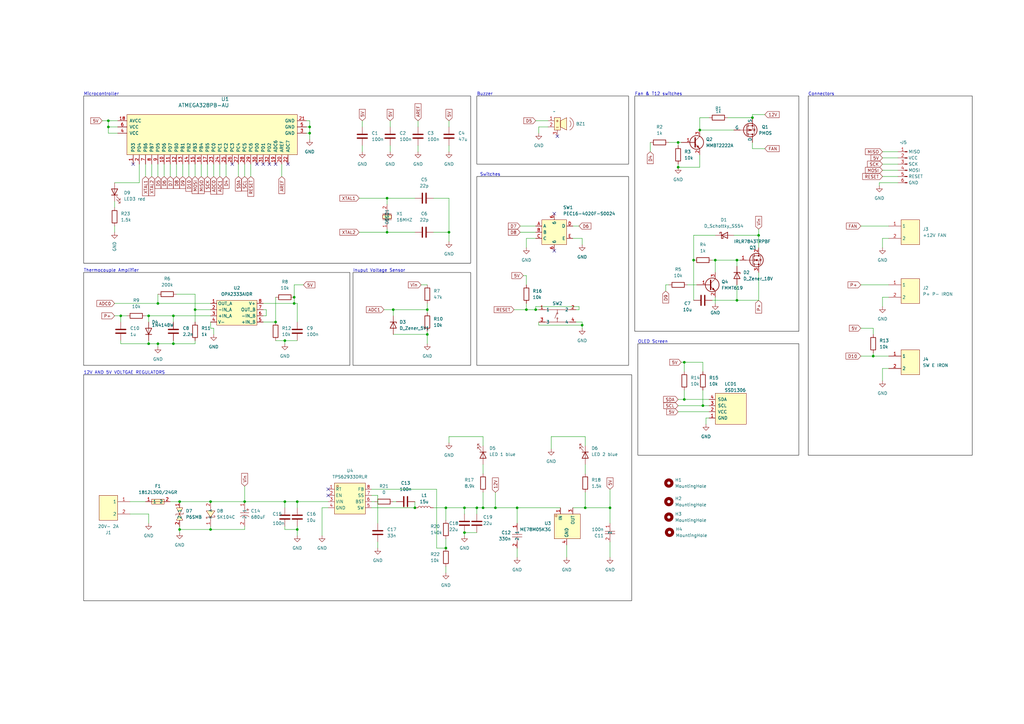
<source format=kicad_sch>
(kicad_sch (version 20230121) (generator eeschema)
  (paper "A3")
  (title_block (title "T12 soldering station V12") (date "2024-09-24") (rev "3") (company "SHElectrinoc") (comment 1 "Sherwin Satatr"))
  (lib_symbols
    (symbol "Device:C" (pin_numbers hide) (pin_names (offset 0.254))
      (property "Reference" "C" (at 0.635 2.54 0))
      (property "Value" "C" (at 0.635 -2.54 0))
      (symbol "C_1_1"
        (pin passive line (at 0 3.81 270) (length 2.794) (name "~") (number "1"))
        (pin passive line (at 0 -3.81 90) (length 2.794) (name "~") (number "2"))
      )
    )
    (symbol "Device:D_Schottky" (pin_numbers hide) (pin_names (offset 1.016) hide)
      (property "Reference" "D" (at 0 2.54 0))
      (property "Value" "D_Schottky" (at 0 -2.54 0))
      (symbol "D_Schottky_1_1"
        (pin passive line (at -3.81 0 0) (length 2.54) (name "K") (number "1"))
        (pin passive line (at 3.81 0 180) (length 2.54) (name "A") (number "2"))
      )
    )
    (symbol "Device:D_Zener" (pin_numbers hide) (pin_names (offset 1.016) hide)
      (property "Reference" "D" (at 0 2.54 0))
      (property "Value" "D_Zener" (at 0 -2.54 0))
      (symbol "D_Zener_1_1"
        (pin passive line (at -3.81 0 0) (length 2.54) (name "K") (number "1"))
        (pin passive line (at 3.81 0 180) (length 2.54) (name "A") (number "2"))
      )
    )
    (symbol "Device:L" (pin_numbers hide) (pin_names (offset 1.016) hide)
      (property "Reference" "L" (at -1.27 0 90))
      (property "Value" "L" (at 1.905 0 90))
      (symbol "L_1_1"
        (pin passive line (at 0 3.81 270) (length 1.27) (name "1") (number "1"))
        (pin passive line (at 0 -3.81 90) (length 1.27) (name "2") (number "2"))
      )
    )
    (symbol "Device:LED" (pin_numbers hide) (pin_names (offset 1.016) hide)
      (property "Reference" "D" (at 0 2.54 0))
      (property "Value" "LED" (at 0 -2.54 0))
      (symbol "LED_1_1"
        (pin passive line (at -3.81 0 0) (length 2.54) (name "K") (number "1"))
        (pin passive line (at 3.81 0 180) (length 2.54) (name "A") (number "2"))
      )
    )
    (symbol "Device:Q_NMOS_GDS" (pin_names (offset 0) hide)
      (property "Reference" "Q" (at 5.08 1.27 0))
      (property "Value" "Q_NMOS_GDS" (at 5.08 -1.27 0))
      (symbol "Q_NMOS_GDS_1_1"
        (pin input line (at -5.08 0 0) (length 2.54) (name "G") (number "1"))
        (pin passive line (at 2.54 5.08 270) (length 2.54) (name "D") (number "2"))
        (pin passive line (at 2.54 -5.08 90) (length 2.54) (name "S") (number "3"))
      )
    )
    (symbol "Device:Q_NPN_BCE" (pin_names (offset 0) hide)
      (property "Reference" "Q4" (at 5.08 1.27 0))
      (property "Value" "FMMT619" (at 5.08 -1.27 0))
      (symbol "Q_NPN_BCE_1_1"
        (pin input line (at -5.08 0 0) (length 5.715) (name "B") (number "1"))
        (pin passive line (at 2.54 -5.08 90) (length 2.54) (name "E") (number "2"))
        (pin passive line (at 2.54 5.08 270) (length 2.54) (name "C") (number "3"))
      )
    )
    (symbol "Device:R" (pin_numbers hide) (pin_names (offset 0))
      (property "Reference" "R" (at 2.032 0 90))
      (property "Value" "R" (at 0 0 90))
      (symbol "R_1_1"
        (pin passive line (at 0 3.81 270) (length 1.27) (name "~") (number "1"))
        (pin passive line (at 0 -3.81 90) (length 1.27) (name "~") (number "2"))
      )
    )
    (symbol "Diode:1N4148W" (pin_numbers hide) (pin_names hide)
      (property "Reference" "D" (at 0 2.54 0))
      (property "Value" "1N4148W" (at 0 -2.54 0))
      (symbol "1N4148W_1_1"
        (pin passive line (at -3.81 0 0) (length 2.54) (name "K") (number "1"))
        (pin passive line (at 3.81 0 180) (length 2.54) (name "A") (number "2"))
      )
    )
    (symbol "Mechanical:MountingHole" (pin_names (offset 1.016))
      (property "Reference" "H" (at 0 5.08 0))
      (property "Value" "MountingHole" (at 0 3.175 0))
    )
    (symbol "Q_NPN_BCE_1" (pin_names (offset 0) hide)
      (property "Reference" "Q2" (at 5.08 1.27 0))
      (property "Value" "MMBT2222A" (at 5.08 -1.27 0))
      (symbol "Q_NPN_BCE_1_1_1"
        (pin input line (at -5.08 0 0) (length 5.715) (name "B") (number "1"))
        (pin passive line (at 2.54 -5.08 90) (length 2.54) (name "E") (number "2"))
        (pin passive line (at 2.54 5.08 270) (length 2.54) (name "C") (number "3"))
      )
    )
    (symbol "SHERWIN_SYMBOLS_sym:ISP_1x6"
      (property "Reference" "J" (at 0 0 0))
      (symbol "ISP_1x6_1_1"
        (pin passive line (at 1.27 -3.81 180) (length 3.81) (name "MISO") (number "1"))
        (pin passive line (at 1.27 -6.35 180) (length 3.81) (name "VCC") (number "2"))
        (pin passive line (at 1.27 -8.89 180) (length 3.81) (name "SCK") (number "3"))
        (pin passive line (at 1.27 -11.43 180) (length 3.81) (name "MOSI") (number "4"))
        (pin passive line (at 1.27 -13.97 180) (length 3.81) (name "RESET") (number "5"))
        (pin passive line (at 1.27 -16.51 180) (length 3.81) (name "GND") (number "6"))
      )
    )
    (symbol "SHERWIN_SYMBOLS_sym:buzzer"
      (property "Reference" "BZ" (at 0 0 0))
      (symbol "buzzer_1_1"
        (text "+\n" (at 1.27 -3.81 0) (effects (font (size 1.27 1.27))))
        (text "-\n" (at 1.27 -6.35 0) (effects (font (size 1.27 1.27))))
        (pin input line (at -2.54 -3.81 0) (length 2.54) (name "~") (number "1"))
        (pin input line (at -2.54 -6.35 0) (length 2.54) (name "~") (number "2"))
        (pin input line (at 1.27 -10.16 90) (length 2.54) (name "~") (number "3"))
      )
    )
    (symbol "SSD1306-128x64_OLED:SSD1306" (pin_names (offset 1.016))
      (property "Reference" "Brd" (at 0 -3.81 0))
      (property "Value" "SSD1306" (at 0 -1.27 0))
      (symbol "SSD1306_1_1"
        (pin input line (at -3.81 8.89 270) (length 2.54) (name "GND") (number "1"))
        (pin input line (at -1.27 8.89 270) (length 2.54) (name "VCC") (number "2"))
        (pin input line (at 1.27 8.89 270) (length 2.54) (name "SCL") (number "3"))
        (pin input line (at 3.81 8.89 270) (length 2.54) (name "SDA") (number "4"))
      )
    )
    (symbol "Simulation_SPICE:PMOS" (pin_numbers hide) (pin_names (offset 0))
      (property "Reference" "Q1" (at 6.35 -1.27 0))
      (property "Value" "PMOS" (at 5.08 1.27 0))
      (symbol "PMOS_1_1"
        (pin input line (at -5.08 0 0) (length 2.54) (name "G") (number "1"))
        (pin passive line (at 2.54 -5.08 90) (length 2.54) (name "S") (number "2"))
        (pin passive line (at 2.54 5.08 270) (length 2.54) (name "D") (number "3"))
      )
    )
    (symbol "dk_Embedded-Microcontrollers:ATMEGA328P-AU" (pin_names (offset 1.016))
      (property "Reference" "U5" (at 13.97 -6.35 90))
      (property "Value" "ATMEGA328P-AU" (at 11.43 -6.35 90))
      (symbol "ATMEGA328P-AU_1_1"
        (pin bidirectional line (at -12.7 33.02 0) (length 3.81) (name "PD3") (number "1"))
        (pin bidirectional line (at -12.7 20.32 0) (length 3.81) (name "PD6") (number "10"))
        (pin bidirectional line (at -12.7 17.78 0) (length 3.81) (name "PD7") (number "11"))
        (pin bidirectional line (at -12.7 15.24 0) (length 3.81) (name "PB0") (number "12"))
        (pin bidirectional line (at -12.7 12.7 0) (length 3.81) (name "PB1") (number "13"))
        (pin bidirectional line (at -12.7 10.16 0) (length 3.81) (name "PB2") (number "14"))
        (pin bidirectional line (at -12.7 7.62 0) (length 3.81) (name "PB3") (number "15"))
        (pin bidirectional line (at -12.7 5.08 0) (length 3.81) (name "PB4") (number "16"))
        (pin bidirectional line (at -12.7 2.54 0) (length 3.81) (name "PB5") (number "17"))
        (pin power_in line (at 5.08 39.37 270) (length 3.81) (name "AVCC") (number "18"))
        (pin input line (at -12.7 -25.4 0) (length 3.81) (name "ADC6") (number "19"))
        (pin bidirectional line (at -12.7 30.48 0) (length 3.81) (name "PD4") (number "2"))
        (pin input line (at -12.7 -27.94 0) (length 3.81) (name "AREF") (number "20"))
        (pin power_in line (at 5.08 -38.1 90) (length 3.81) (name "GND") (number "21"))
        (pin input line (at -12.7 -30.48 0) (length 3.81) (name "ADC7") (number "22"))
        (pin bidirectional line (at -12.7 0 0) (length 3.81) (name "PC0") (number "23"))
        (pin bidirectional line (at -12.7 -2.54 0) (length 3.81) (name "PC1") (number "24"))
        (pin bidirectional line (at -12.7 -5.08 0) (length 3.81) (name "PC2") (number "25"))
        (pin bidirectional line (at -12.7 -7.62 0) (length 3.81) (name "PC3") (number "26"))
        (pin bidirectional line (at -12.7 -10.16 0) (length 3.81) (name "PC4") (number "27"))
        (pin bidirectional line (at -12.7 -12.7 0) (length 3.81) (name "PC5") (number "28"))
        (pin bidirectional line (at -12.7 -15.24 0) (length 3.81) (name "PC6") (number "29"))
        (pin power_in line (at 0 -38.1 90) (length 3.81) (name "GND") (number "3"))
        (pin bidirectional line (at -12.7 -17.78 0) (length 3.81) (name "PD0") (number "30"))
        (pin bidirectional line (at -12.7 -20.32 0) (length 3.81) (name "PD1") (number "31"))
        (pin bidirectional line (at -12.7 -22.86 0) (length 3.81) (name "PD2") (number "32"))
        (pin power_in line (at 0 39.37 270) (length 3.81) (name "VCC") (number "4"))
        (pin power_in line (at 2.54 -38.1 90) (length 3.81) (name "GND") (number "5"))
        (pin power_in line (at 2.54 39.37 270) (length 3.81) (name "VCC") (number "6"))
        (pin bidirectional line (at -12.7 27.94 0) (length 3.81) (name "PB6") (number "7"))
        (pin bidirectional line (at -12.7 25.4 0) (length 3.81) (name "PB7") (number "8"))
        (pin bidirectional line (at -12.7 22.86 0) (length 3.81) (name "PD5") (number "9"))
      )
    )
    (symbol "easyeda2kicad:1812L300_24GR"
      (property "Reference" "U" (at 0 5.08 0))
      (property "Value" "1812L300/24GR" (at 0 -5.08 0))
      (symbol "1812L300_24GR_0_1"
        (pin unspecified line (at -5.08 0 0) (length 2.54) (name "1") (number "1"))
        (pin unspecified line (at 5.08 0 180) (length 2.54) (name "2") (number "2"))
      )
    )
    (symbol "easyeda2kicad:CGA3E1X7R1V334KT0Y0E"
      (property "Reference" "C" (at 0 5.08 0))
      (property "Value" "CGA3E1X7R1V334KT0Y0E" (at 0 -5.08 0))
      (symbol "CGA3E1X7R1V334KT0Y0E_0_1"
        (pin unspecified line (at -5.08 0 0) (length 2.54) (name "1") (number "1"))
        (pin unspecified line (at 5.08 0 180) (length 2.54) (name "2") (number "2"))
      )
    )
    (symbol "easyeda2kicad:CL10B104KA8NNNC"
      (property "Reference" "C" (at 0 5.08 0))
      (property "Value" "CL10B104KA8NNNC" (at 0 -5.08 0))
      (symbol "CL10B104KA8NNNC_0_1"
        (pin input line (at -3.81 0 0) (length 2.54) (name "1") (number "1"))
        (pin input line (at 3.81 0 180) (length 2.54) (name "2") (number "2"))
      )
    )
    (symbol "easyeda2kicad:GVM1V681M1010"
      (property "Reference" "C" (at 0 5.08 0))
      (property "Value" "GVM1V681M1010" (at 0 -5.08 0))
      (symbol "GVM1V681M1010_0_1"
        (pin input line (at -5.08 0 0) (length 2.54) (name "1") (number "1"))
        (pin input line (at 5.08 0 180) (length 2.54) (name "2") (number "2"))
      )
    )
    (symbol "easyeda2kicad:ME78M05K3G"
      (property "Reference" "U" (at 0 7.62 0))
      (property "Value" "ME78M05K3G" (at 0 -7.62 0))
      (symbol "ME78M05K3G_0_1"
        (pin unspecified line (at -7.62 2.54 0) (length 2.54) (name "IN") (number "1"))
        (pin unspecified line (at -7.62 -2.54 0) (length 2.54) (name "OUT") (number "3"))
        (pin unspecified line (at 7.62 0 180) (length 2.54) (name "GND") (number "4"))
      )
    )
    (symbol "easyeda2kicad:P6SMB27CA-AT_TR13"
      (property "Reference" "U" (at 0 5.08 0))
      (property "Value" "P6SMB27CA-AT/TR13" (at 0 -5.08 0))
      (symbol "P6SMB27CA-AT_TR13_0_1"
        (pin unspecified line (at -5.08 0 0) (length 2.54) (name "1") (number "1"))
        (pin unspecified line (at 5.08 0 180) (length 2.54) (name "2") (number "2"))
      )
    )
    (symbol "easyeda2kicad:PEC16-4020F-S0024"
      (property "Reference" "SW" (at 0 12.7 0))
      (property "Value" "PEC16-4020F-S0024" (at 0 -12.7 0))
      (symbol "PEC16-4020F-S0024_0_1"
        (pin unspecified line (at -7.62 0 0) (length 2.54) (name "6") (number "6"))
        (pin unspecified line (at 7.62 0 180) (length 2.54) (name "6") (number "6"))
        (pin unspecified line (at -2.54 -7.62 90) (length 2.54) (name "A") (number "A"))
        (pin unspecified line (at 0 -7.62 90) (length 2.54) (name "B") (number "B"))
        (pin unspecified line (at 2.54 -7.62 90) (length 2.54) (name "C") (number "C"))
        (pin unspecified line (at -2.54 7.62 270) (length 2.54) (name "D") (number "D"))
        (pin unspecified line (at 2.54 7.62 270) (length 2.54) (name "E") (number "E"))
      )
    )
    (symbol "easyeda2kicad:PTS645SH50SMTR92LFS"
      (property "Reference" "SW" (at 0 7.62 0))
      (property "Value" "PTS645SH50SMTR92LFS" (at 0 -7.62 0))
      (symbol "PTS645SH50SMTR92LFS_0_1"
        (pin unspecified line (at -7.62 2.54 0) (length 2.54) (name "1") (number "1"))
        (pin unspecified line (at 7.62 2.54 180) (length 2.54) (name "2") (number "2"))
        (pin unspecified line (at -7.62 -2.54 0) (length 2.54) (name "3") (number "3"))
        (pin unspecified line (at 7.62 -2.54 180) (length 2.54) (name "4") (number "4"))
      )
    )
    (symbol "easyeda2kicad:SK104C"
      (property "Reference" "D" (at 0 5.08 0))
      (property "Value" "SK104C" (at 0 -5.08 0))
      (symbol "SK104C_0_1"
        (pin unspecified line (at -5.08 0 0) (length 2.54) (name "K") (number "1"))
        (pin unspecified line (at 5.08 0 180) (length 2.54) (name "A") (number "2"))
      )
    )
    (symbol "easyeda2kicad:TPS62933DRLR"
      (property "Reference" "U" (at 0 10.16 0))
      (property "Value" "TPS62933DRLR" (at 0 -7.62 0))
      (symbol "TPS62933DRLR_0_1"
        (pin unspecified line (at -10.16 5.08 0) (length 2.54) (name "RT") (number "1"))
        (pin unspecified line (at -10.16 2.54 0) (length 2.54) (name "EN") (number "2"))
        (pin unspecified line (at -10.16 0 0) (length 2.54) (name "VIN") (number "3"))
        (pin unspecified line (at -10.16 -2.54 0) (length 2.54) (name "GND") (number "4"))
        (pin unspecified line (at 7.62 -2.54 180) (length 2.54) (name "SW") (number "5"))
        (pin unspecified line (at 7.62 0 180) (length 2.54) (name "BST") (number "6"))
        (pin unspecified line (at 7.62 2.54 180) (length 2.54) (name "SS") (number "7"))
        (pin unspecified line (at 7.62 5.08 180) (length 2.54) (name "FB") (number "8"))
      )
    )
    (symbol "easyeda2kicad:WJ128V-5.0-2P"
      (property "Reference" "P" (at 0 -1.27 0))
      (property "Value" "WJ128V-5.0-2P" (at 0 -11.43 0))
      (symbol "WJ128V-5.0-2P_0_1"
        (pin unspecified line (at -2.54 -6.35 90) (length 5.08) (name "1") (number "1"))
        (pin unspecified line (at 2.54 -6.35 90) (length 5.08) (name "2") (number "2"))
      )
    )
    (symbol "easyeda2kicad:X503216MSB2GI"
      (property "Reference" "X" (at 0 5.08 0))
      (property "Value" "X503216MSB2GI" (at 0 -5.08 0))
      (symbol "X503216MSB2GI_0_1"
        (pin input line (at -5.08 0 0) (length 2.54) (name "OSC1") (number "1"))
        (pin input line (at 5.08 0 180) (length 2.54) (name "OSC2") (number "2"))
      )
    )
    (symbol "opamp-OPA2333AIDR:OPA2333AIDR"
      (property "Reference" "U" (at 3.81 5.08 0))
      (property "Value" "OPA2333AIDR" (at 3.81 2.54 0))
      (symbol "OPA2333AIDR_1_1"
        (pin output line (at -6.35 0 0) (length 2.54) (name "OUT_A") (number "1"))
        (pin input line (at -6.35 -2.54 0) (length 2.54) (name "-IN_A") (number "2"))
        (pin input line (at -6.35 -5.08 0) (length 2.54) (name "+IN_A") (number "3"))
        (pin input line (at -6.35 -7.62 0) (length 2.54) (name "V-") (number "4"))
        (pin input line (at 15.24 -7.62 180) (length 2.54) (name "+IN_B") (number "5"))
        (pin input line (at 15.24 -5.08 180) (length 2.54) (name "-IN_B") (number "6"))
        (pin output line (at 15.24 -2.54 180) (length 2.54) (name "OUT_B") (number "7"))
        (pin input line (at 15.24 0 180) (length 2.54) (name "V+") (number "8"))
      )
    )
    (symbol "power:GND" (power) (pin_names (offset 0))
      (property "Value" "GND" (at 0 -3.81 0))
      (symbol "GND_1_1"
        (pin power_in line (at 0 0 270) (length 0) hide (name "GND") (number "1"))
      )
    )
  )
  (junction (at 190.5 208.28))
  (junction (at 49.53 129.54))
  (junction (at 182.88 208.28))
  (junction (at 60.96 140.97))
  (junction (at 113.03 132.08))
  (junction (at 116.84 205.74))
  (junction (at 60.96 129.54))
  (junction (at 293.37 106.68))
  (junction (at 302.26 123.19))
  (junction (at 308.61 48.26))
  (junction (at 73.66 205.74))
  (junction (at 302.26 106.68))
  (junction (at 311.15 96.52))
  (junction (at 120.65 121.92))
  (junction (at 287.02 53.34))
  (junction (at 127 54.61))
  (junction (at 44.45 49.53))
  (junction (at 278.13 58.42))
  (junction (at 121.92 205.74))
  (junction (at 80.01 127))
  (junction (at 284.48 106.68))
  (junction (at 175.26 127))
  (junction (at 215.9 127))
  (junction (at 358.14 146.05))
  (junction (at 64.77 140.97))
  (junction (at 280.67 148.59))
  (junction (at 219.71 127))
  (junction (at 73.66 217.17))
  (junction (at 182.88 224.79))
  (junction (at 71.12 129.54))
  (junction (at 120.65 124.46))
  (junction (at 195.58 208.28))
  (junction (at 190.5 218.44))
  (junction (at 288.29 166.37))
  (junction (at 158.75 95.25))
  (junction (at 44.45 52.07))
  (junction (at 100.33 205.74))
  (junction (at 170.18 208.28))
  (junction (at 64.77 124.46))
  (junction (at 212.09 208.28))
  (junction (at 161.29 127))
  (junction (at 116.84 139.7))
  (junction (at 175.26 137.16))
  (junction (at 203.2 208.28))
  (junction (at 86.36 217.17))
  (junction (at 86.36 205.74))
  (junction (at 280.67 163.83))
  (junction (at 71.12 140.97))
  (junction (at 158.75 81.28))
  (junction (at 127 52.07))
  (junction (at 240.03 208.28))
  (junction (at 238.76 133.35))
  (junction (at 184.15 95.25))
  (junction (at 198.12 208.28))
  (junction (at 121.92 217.17))
  (junction (at 278.13 68.58))
  (junction (at 250.19 208.28))
  (no_connect (at 227.33 102.87))
  (no_connect (at 134.62 200.66))
  (no_connect (at 113.03 67.31))
  (no_connect (at 118.11 67.31))
  (no_connect (at 134.62 203.2))
  (no_connect (at 105.41 67.31))
  (no_connect (at 227.33 87.63))
  (no_connect (at 110.49 67.31))
  (no_connect (at 95.25 67.31))
  (no_connect (at 107.95 67.31))
  (no_connect (at 54.61 67.31))
  (no_connect (at 228.6 55.88))
  (wire (pts (xy 288.29 148.59) (xy 280.67 148.59)))
  (wire (pts (xy 250.19 208.28) (xy 250.19 214.63)))
  (wire (pts (xy 182.88 208.28) (xy 190.5 208.28)))
  (wire (pts (xy 97.79 67.31) (xy 97.79 72.39)))
  (wire (pts (xy 287.02 48.26) (xy 290.83 48.26)))
  (wire (pts (xy 64.77 140.97) (xy 71.12 140.97)))
  (wire (pts (xy 80.01 67.31) (xy 80.01 72.39)))
  (wire (pts (xy 313.69 60.96) (xy 308.61 60.96)))
  (wire (pts (xy 226.06 179.07) (xy 226.06 184.15)))
  (wire (pts (xy 116.84 205.74) (xy 116.84 208.28)))
  (wire (pts (xy 361.95 151.13) (xy 361.95 156.21)))
  (wire (pts (xy 184.15 95.25) (xy 184.15 99.06)))
  (wire (pts (xy 368.3 72.39) (xy 361.95 72.39)))
  (wire (pts (xy 175.26 137.16) (xy 175.26 140.97)))
  (wire (pts (xy 86.36 217.17) (xy 100.33 217.17)))
  (wire (pts (xy 152.4 208.28) (xy 170.18 208.28)))
  (wire (pts (xy 152.4 203.2) (xy 154.94 203.2)))
  (wire (pts (xy 125.73 54.61) (xy 127 54.61)))
  (wire (pts (xy 236.22 132.08) (xy 238.76 132.08)))
  (wire (pts (xy 60.96 129.54) (xy 71.12 129.54)))
  (wire (pts (xy 182.88 220.98) (xy 182.88 224.79)))
  (wire (pts (xy 368.3 69.85) (xy 361.95 69.85)))
  (wire (pts (xy 120.65 116.84) (xy 120.65 121.92)))
  (wire (pts (xy 49.53 140.97) (xy 60.96 140.97)))
  (wire (pts (xy 60.96 139.7) (xy 60.96 140.97)))
  (wire (pts (xy 210.82 127) (xy 215.9 127)))
  (wire (pts (xy 195.58 210.82) (xy 195.58 208.28)))
  (wire (pts (xy 86.36 134.62) (xy 86.36 132.08)))
  (wire (pts (xy 232.41 223.52) (xy 232.41 228.6)))
  (wire (pts (xy 290.83 171.45) (xy 289.56 171.45)))
  (wire (pts (xy 102.87 67.31) (xy 102.87 72.39)))
  (wire (pts (xy 198.12 194.31) (xy 198.12 190.5)))
  (wire (pts (xy 224.79 52.07) (xy 220.98 52.07)))
  (wire (pts (xy 240.03 182.88) (xy 240.03 179.07)))
  (wire (pts (xy 298.45 48.26) (xy 308.61 48.26)))
  (wire (pts (xy 80.01 140.97) (xy 71.12 140.97)))
  (wire (pts (xy 292.1 106.68) (xy 293.37 106.68)))
  (wire (pts (xy 240.03 194.31) (xy 240.03 190.5)))
  (wire (pts (xy 73.66 215.9) (xy 73.66 217.17)))
  (wire (pts (xy 175.26 127) (xy 175.26 128.27)))
  (wire (pts (xy 311.15 101.6) (xy 311.15 96.52)))
  (wire (pts (xy 44.45 54.61) (xy 48.26 54.61)))
  (wire (pts (xy 71.12 139.7) (xy 71.12 140.97)))
  (wire (pts (xy 292.1 123.19) (xy 302.26 123.19)))
  (wire (pts (xy 311.15 93.98) (xy 311.15 96.52)))
  (wire (pts (xy 215.9 113.03) (xy 214.63 113.03)))
  (wire (pts (xy 59.69 67.31) (xy 59.69 72.39)))
  (wire (pts (xy 158.75 93.98) (xy 158.75 95.25)))
  (wire (pts (xy 184.15 81.28) (xy 184.15 95.25)))
  (wire (pts (xy 274.32 58.42) (xy 278.13 58.42)))
  (wire (pts (xy 289.56 171.45) (xy 289.56 173.99)))
  (wire (pts (xy 132.08 208.28) (xy 132.08 219.71)))
  (wire (pts (xy 60.96 210.82) (xy 60.96 214.63)))
  (wire (pts (xy 238.76 132.08) (xy 238.76 133.35)))
  (wire (pts (xy 179.07 200.66) (xy 152.4 200.66)))
  (wire (pts (xy 293.37 96.52) (xy 284.48 96.52)))
  (wire (pts (xy 100.33 67.31) (xy 100.33 72.39)))
  (wire (pts (xy 86.36 205.74) (xy 100.33 205.74)))
  (wire (pts (xy 313.69 46.99) (xy 308.61 46.99)))
  (wire (pts (xy 116.84 139.7) (xy 121.92 139.7)))
  (wire (pts (xy 226.06 179.07) (xy 240.03 179.07)))
  (wire (pts (xy 360.68 74.93) (xy 360.68 76.2)))
  (wire (pts (xy 67.31 67.31) (xy 67.31 72.39)))
  (wire (pts (xy 116.84 215.9) (xy 116.84 217.17)))
  (wire (pts (xy 107.95 127) (xy 109.22 127)))
  (wire (pts (xy 71.12 129.54) (xy 71.12 132.08)))
  (wire (pts (xy 219.71 125.73) (xy 219.71 127)))
  (wire (pts (xy 184.15 179.07) (xy 184.15 181.61)))
  (wire (pts (xy 203.2 208.28) (xy 212.09 208.28)))
  (wire (pts (xy 154.94 203.2) (xy 154.94 214.63)))
  (wire (pts (xy 57.15 74.93) (xy 46.99 74.93)))
  (wire (pts (xy 44.45 54.61) (xy 44.45 52.07)))
  (wire (pts (xy 274.32 116.84) (xy 273.05 116.84)))
  (wire (pts (xy 57.15 67.31) (xy 57.15 74.93)))
  (wire (pts (xy 72.39 67.31) (xy 72.39 72.39)))
  (wire (pts (xy 358.14 134.62) (xy 353.06 134.62)))
  (wire (pts (xy 161.29 137.16) (xy 175.26 137.16)))
  (wire (pts (xy 368.3 64.77) (xy 361.95 64.77)))
  (wire (pts (xy 158.75 95.25) (xy 170.18 95.25)))
  (wire (pts (xy 278.13 58.42) (xy 278.13 59.69)))
  (wire (pts (xy 160.02 59.69) (xy 160.02 62.23)))
  (wire (pts (xy 120.65 124.46) (xy 120.65 121.92)))
  (wire (pts (xy 311.15 96.52) (xy 300.99 96.52)))
  (wire (pts (xy 220.98 133.35) (xy 238.76 133.35)))
  (wire (pts (xy 121.92 205.74) (xy 134.62 205.74)))
  (wire (pts (xy 46.99 129.54) (xy 49.53 129.54)))
  (wire (pts (xy 190.5 208.28) (xy 190.5 210.82)))
  (wire (pts (xy 219.71 49.53) (xy 224.79 49.53)))
  (wire (pts (xy 127 49.53) (xy 127 52.07)))
  (wire (pts (xy 236.22 127) (xy 237.49 127)))
  (wire (pts (xy 49.53 140.97) (xy 49.53 139.7)))
  (wire (pts (xy 179.07 224.79) (xy 182.88 224.79)))
  (wire (pts (xy 361.95 121.92) (xy 361.95 125.73)))
  (wire (pts (xy 49.53 129.54) (xy 52.07 129.54)))
  (wire (pts (xy 69.85 67.31) (xy 69.85 72.39)))
  (wire (pts (xy 113.03 121.92) (xy 113.03 132.08)))
  (wire (pts (xy 121.92 215.9) (xy 121.92 217.17)))
  (wire (pts (xy 302.26 106.68) (xy 303.53 106.68)))
  (wire (pts (xy 364.49 151.13) (xy 361.95 151.13)))
  (wire (pts (xy 182.88 208.28) (xy 182.88 213.36)))
  (wire (pts (xy 161.29 129.54) (xy 161.29 127)))
  (wire (pts (xy 287.02 68.58) (xy 278.13 68.58)))
  (wire (pts (xy 148.59 59.69) (xy 148.59 62.23)))
  (wire (pts (xy 87.63 134.62) (xy 87.63 137.16)))
  (wire (pts (xy 71.12 129.54) (xy 86.36 129.54)))
  (wire (pts (xy 107.95 124.46) (xy 120.65 124.46)))
  (wire (pts (xy 220.98 132.08) (xy 220.98 133.35)))
  (wire (pts (xy 195.58 208.28) (xy 198.12 208.28)))
  (wire (pts (xy 121.92 217.17) (xy 121.92 219.71)))
  (wire (pts (xy 287.02 63.5) (xy 287.02 68.58)))
  (wire (pts (xy 80.01 127) (xy 86.36 127)))
  (wire (pts (xy 148.59 49.53) (xy 148.59 52.07)))
  (wire (pts (xy 158.75 81.28) (xy 170.18 81.28)))
  (wire (pts (xy 293.37 106.68) (xy 302.26 106.68)))
  (wire (pts (xy 311.15 111.76) (xy 311.15 123.19)))
  (wire (pts (xy 288.29 166.37) (xy 290.83 166.37)))
  (wire (pts (xy 250.19 200.66) (xy 250.19 208.28)))
  (wire (pts (xy 175.26 135.89) (xy 175.26 137.16)))
  (wire (pts (xy 147.32 81.28) (xy 158.75 81.28)))
  (wire (pts (xy 212.09 228.6) (xy 212.09 224.79)))
  (wire (pts (xy 368.3 67.31) (xy 361.95 67.31)))
  (wire (pts (xy 293.37 106.68) (xy 293.37 111.76)))
  (wire (pts (xy 121.92 124.46) (xy 120.65 124.46)))
  (wire (pts (xy 288.29 152.4) (xy 288.29 148.59)))
  (wire (pts (xy 46.99 92.71) (xy 46.99 95.25)))
  (wire (pts (xy 368.3 62.23) (xy 361.95 62.23)))
  (wire (pts (xy 44.45 49.53) (xy 48.26 49.53)))
  (wire (pts (xy 215.9 116.84) (xy 215.9 113.03)))
  (wire (pts (xy 364.49 97.79) (xy 361.95 97.79)))
  (wire (pts (xy 125.73 52.07) (xy 127 52.07)))
  (wire (pts (xy 198.12 201.93) (xy 198.12 208.28)))
  (wire (pts (xy 311.15 123.19) (xy 302.26 123.19)))
  (wire (pts (xy 80.01 120.65) (xy 80.01 127)))
  (wire (pts (xy 127 52.07) (xy 127 54.61)))
  (wire (pts (xy 238.76 97.79) (xy 238.76 100.33)))
  (wire (pts (xy 198.12 182.88) (xy 198.12 179.07)))
  (wire (pts (xy 353.06 116.84) (xy 364.49 116.84)))
  (wire (pts (xy 124.46 116.84) (xy 120.65 116.84)))
  (wire (pts (xy 175.26 124.46) (xy 175.26 127)))
  (wire (pts (xy 177.8 81.28) (xy 184.15 81.28)))
  (wire (pts (xy 198.12 208.28) (xy 203.2 208.28)))
  (wire (pts (xy 308.61 46.99) (xy 308.61 48.26)))
  (wire (pts (xy 64.77 120.65) (xy 64.77 124.46)))
  (wire (pts (xy 280.67 163.83) (xy 290.83 163.83)))
  (wire (pts (xy 184.15 49.53) (xy 184.15 52.07)))
  (wire (pts (xy 73.66 217.17) (xy 73.66 218.44)))
  (wire (pts (xy 113.03 139.7) (xy 116.84 139.7)))
  (wire (pts (xy 121.92 132.08) (xy 121.92 124.46)))
  (wire (pts (xy 170.18 205.74) (xy 170.18 208.28)))
  (wire (pts (xy 280.67 160.02) (xy 280.67 163.83)))
  (wire (pts (xy 87.63 67.31) (xy 87.63 72.39)))
  (wire (pts (xy 284.48 96.52) (xy 284.48 106.68)))
  (wire (pts (xy 72.39 120.65) (xy 80.01 120.65)))
  (wire (pts (xy 353.06 146.05) (xy 358.14 146.05)))
  (wire (pts (xy 220.98 52.07) (xy 220.98 54.61)))
  (wire (pts (xy 109.22 129.54) (xy 107.95 129.54)))
  (wire (pts (xy 353.06 92.71) (xy 364.49 92.71)))
  (wire (pts (xy 203.2 201.93) (xy 203.2 208.28)))
  (wire (pts (xy 219.71 127) (xy 220.98 127)))
  (wire (pts (xy 77.47 67.31) (xy 77.47 72.39)))
  (wire (pts (xy 213.36 92.71) (xy 219.71 92.71)))
  (wire (pts (xy 172.72 116.84) (xy 175.26 116.84)))
  (wire (pts (xy 53.34 210.82) (xy 60.96 210.82)))
  (wire (pts (xy 368.3 74.93) (xy 360.68 74.93)))
  (wire (pts (xy 121.92 205.74) (xy 121.92 208.28)))
  (wire (pts (xy 157.48 127) (xy 161.29 127)))
  (wire (pts (xy 41.91 49.53) (xy 44.45 49.53)))
  (wire (pts (xy 115.57 67.31) (xy 115.57 72.39)))
  (wire (pts (xy 73.66 217.17) (xy 86.36 217.17)))
  (wire (pts (xy 86.36 215.9) (xy 86.36 217.17)))
  (wire (pts (xy 125.73 49.53) (xy 127 49.53)))
  (wire (pts (xy 69.85 205.74) (xy 73.66 205.74)))
  (wire (pts (xy 44.45 52.07) (xy 48.26 52.07)))
  (wire (pts (xy 158.75 81.28) (xy 158.75 83.82)))
  (wire (pts (xy 240.03 201.93) (xy 240.03 208.28)))
  (wire (pts (xy 116.84 217.17) (xy 121.92 217.17)))
  (wire (pts (xy 44.45 52.07) (xy 44.45 49.53)))
  (wire (pts (xy 53.34 205.74) (xy 59.69 205.74)))
  (wire (pts (xy 234.95 92.71) (xy 237.49 92.71)))
  (wire (pts (xy 73.66 205.74) (xy 86.36 205.74)))
  (wire (pts (xy 116.84 139.7) (xy 116.84 140.97)))
  (wire (pts (xy 213.36 95.25) (xy 219.71 95.25)))
  (wire (pts (xy 287.02 48.26) (xy 287.02 53.34)))
  (wire (pts (xy 219.71 97.79) (xy 215.9 97.79)))
  (wire (pts (xy 85.09 67.31) (xy 85.09 72.39)))
  (wire (pts (xy 60.96 140.97) (xy 64.77 140.97)))
  (wire (pts (xy 212.09 208.28) (xy 229.87 208.28)))
  (wire (pts (xy 240.03 208.28) (xy 234.95 208.28)))
  (wire (pts (xy 184.15 59.69) (xy 184.15 62.23)))
  (wire (pts (xy 238.76 133.35) (xy 238.76 134.62)))
  (wire (pts (xy 161.29 127) (xy 175.26 127)))
  (wire (pts (xy 358.14 137.16) (xy 358.14 134.62)))
  (wire (pts (xy 364.49 121.92) (xy 361.95 121.92)))
  (wire (pts (xy 100.33 215.9) (xy 100.33 217.17)))
  (wire (pts (xy 100.33 199.39) (xy 100.33 205.74)))
  (wire (pts (xy 190.5 218.44) (xy 195.58 218.44)))
  (wire (pts (xy 92.71 67.31) (xy 92.71 72.39)))
  (wire (pts (xy 240.03 208.28) (xy 250.19 208.28)))
  (wire (pts (xy 90.17 67.31) (xy 90.17 72.39)))
  (wire (pts (xy 109.22 127) (xy 109.22 129.54)))
  (wire (pts (xy 195.58 208.28) (xy 190.5 208.28)))
  (wire (pts (xy 250.19 222.25) (xy 250.19 228.6)))
  (wire (pts (xy 49.53 129.54) (xy 49.53 132.08)))
  (wire (pts (xy 171.45 59.69) (xy 171.45 62.23)))
  (wire (pts (xy 64.77 140.97) (xy 64.77 142.24)))
  (wire (pts (xy 74.93 67.31) (xy 74.93 72.39)))
  (wire (pts (xy 278.13 58.42) (xy 279.4 58.42)))
  (wire (pts (xy 152.4 205.74) (xy 153.67 205.74)))
  (wire (pts (xy 212.09 208.28) (xy 212.09 214.63)))
  (wire (pts (xy 80.01 127) (xy 80.01 132.08)))
  (wire (pts (xy 179.07 200.66) (xy 179.07 224.79)))
  (wire (pts (xy 293.37 121.92) (xy 293.37 124.46)))
  (wire (pts (xy 273.05 116.84) (xy 273.05 119.38)))
  (wire (pts (xy 171.45 49.53) (xy 171.45 52.07)))
  (wire (pts (xy 266.7 58.42) (xy 266.7 62.23)))
  (wire (pts (xy 62.23 67.31) (xy 62.23 72.39)))
  (wire (pts (xy 64.77 67.31) (xy 64.77 72.39)))
  (wire (pts (xy 46.99 124.46) (xy 64.77 124.46)))
  (wire (pts (xy 182.88 232.41) (xy 182.88 234.95)))
  (wire (pts (xy 237.49 125.73) (xy 219.71 125.73)))
  (wire (pts (xy 59.69 129.54) (xy 60.96 129.54)))
  (wire (pts (xy 358.14 146.05) (xy 364.49 146.05)))
  (wire (pts (xy 237.49 127) (xy 237.49 125.73)))
  (wire (pts (xy 177.8 208.28) (xy 182.88 208.28)))
  (wire (pts (xy 134.62 208.28) (xy 132.08 208.28)))
  (wire (pts (xy 288.29 160.02) (xy 288.29 166.37)))
  (wire (pts (xy 160.02 49.53) (xy 160.02 52.07)))
  (wire (pts (xy 64.77 124.46) (xy 86.36 124.46)))
  (wire (pts (xy 278.13 67.31) (xy 278.13 68.58)))
  (wire (pts (xy 60.96 129.54) (xy 60.96 132.08)))
  (wire (pts (xy 87.63 134.62) (xy 86.36 134.62)))
  (wire (pts (xy 147.32 95.25) (xy 158.75 95.25)))
  (wire (pts (xy 46.99 82.55) (xy 46.99 85.09)))
  (wire (pts (xy 280.67 148.59) (xy 279.4 148.59)))
  (wire (pts (xy 161.29 205.74) (xy 162.56 205.74)))
  (wire (pts (xy 358.14 144.78) (xy 358.14 146.05)))
  (wire (pts (xy 154.94 222.25) (xy 154.94 224.79)))
  (wire (pts (xy 280.67 148.59) (xy 280.67 152.4)))
  (wire (pts (xy 278.13 166.37) (xy 288.29 166.37)))
  (wire (pts (xy 184.15 179.07) (xy 198.12 179.07)))
  (wire (pts (xy 281.94 116.84) (xy 285.75 116.84)))
  (wire (pts (xy 234.95 97.79) (xy 238.76 97.79)))
  (wire (pts (xy 278.13 168.91) (xy 290.83 168.91)))
  (wire (pts (xy 107.95 132.08) (xy 113.03 132.08)))
  (wire (pts (xy 80.01 139.7) (xy 80.01 140.97)))
  (wire (pts (xy 300.99 53.34) (xy 287.02 53.34)))
  (wire (pts (xy 116.84 205.74) (xy 121.92 205.74)))
  (wire (pts (xy 278.13 163.83) (xy 280.67 163.83)))
  (wire (pts (xy 308.61 60.96) (xy 308.61 58.42)))
  (wire (pts (xy 302.26 106.68) (xy 302.26 109.22)))
  (wire (pts (xy 361.95 97.79) (xy 361.95 101.6)))
  (wire (pts (xy 127 54.61) (xy 127 57.15)))
  (wire (pts (xy 100.33 205.74) (xy 116.84 205.74)))
  (wire (pts (xy 215.9 97.79) (xy 215.9 101.6)))
  (wire (pts (xy 215.9 127) (xy 219.71 127)))
  (wire (pts (xy 82.55 67.31) (xy 82.55 72.39)))
  (wire (pts (xy 190.5 218.44) (xy 190.5 219.71)))
  (wire (pts (xy 177.8 95.25) (xy 184.15 95.25)))
  (wire (pts (xy 284.48 106.68) (xy 284.48 123.19)))
  (wire (pts (xy 215.9 124.46) (xy 215.9 127)))
  (wire (pts (xy 302.26 116.84) (xy 302.26 123.19)))
  (rectangle (start 331.47 39.37) (end 398.78 186.69) (stroke (width 0) (color 0 0 0 1)))
  (rectangle (start 34.29 39.37) (end 193.04 107.95) (stroke (width 0) (color 0 0 4 1)))
  (rectangle (start 195.58 39.37) (end 257.81 67.31) (stroke (width 0) (color 0 0 0 1)))
  (rectangle (start 144.78 111.76) (end 193.04 149.86) (stroke (width 0) (color 0 0 0 1)))
  (rectangle (start 260.35 39.37) (end 327.66 135.89) (stroke (width 0) (color 0 0 0 1)))
  (rectangle (start 34.29 153.67) (end 259.08 246.38) (stroke (width 0) (color 0 0 0 1)))
  (rectangle (start 195.58 72.39) (end 257.81 149.86) (stroke (width 0) (color 0 0 0 1)))
  (rectangle (start 261.62 140.97) (end 327.66 186.69) (stroke (width 0) (color 0 0 0 1)))
  (rectangle (start 34.29 111.76) (end 143.51 149.86) (stroke (width 0) (color 0 0 0 1)))
  (text "Fan & T12 switches" (at 260.35 39.37 0) (effects (font (size 1.27 1.27)) (justify left bottom)))
  (text "OLED Screen\n" (at 261.62 140.97 0) (effects (font (size 1.27 1.27)) (justify left bottom)))
  (text "Inuput Voltage Sensor" (at 144.78 111.76 0) (effects (font (size 1.27 1.27)) (justify left bottom)))
  (text "12V AND 5V VOLTGAE REGULATORS" (at 34.29 153.67 0) (effects (font (size 1.27 1.27)) (justify left bottom)))
  (text "Thermocouple Amplifier" (at 34.29 111.76 0) (effects (font (size 1.27 1.27)) (justify left bottom)))
  (text "Switches\n" (at 196.85 72.39 0) (effects (font (size 1.27 1.27)) (justify left bottom)))
  (text "Microcontroller\n" (at 34.29 39.37 0) (effects (font (size 1.27 1.27)) (justify left bottom)))
  (text "Connectors\n" (at 331.47 39.37 0) (effects (font (size 1.27 1.27)) (justify left bottom)))
  (text "Buzzer" (at 195.58 39.37 0) (effects (font (size 1.27 1.27)) (justify left bottom)))
  (global_label "5V" (shape input) (at 214.63 113.03 180) (property "Intersheetrefs" "${INTERSHEET_REFS}" (effects hide)))
  (global_label "5V" (shape input) (at 124.46 116.84 0) (property "Intersheetrefs" "${INTERSHEET_REFS}" (effects hide)))
  (global_label "ADC1" (shape input) (at 157.48 127 180) (property "Intersheetrefs" "${INTERSHEET_REFS}" (effects hide)))
  (global_label "12V" (shape input) (at 203.2 201.93 90) (property "Intersheetrefs" "${INTERSHEET_REFS}" (effects hide)))
  (global_label "RESET" (shape input) (at 102.87 72.39 270) (property "Intersheetrefs" "${INTERSHEET_REFS}" (effects hide)))
  (global_label "5V" (shape input) (at 184.15 49.53 90) (property "Intersheetrefs" "${INTERSHEET_REFS}" (effects hide)))
  (global_label "D7" (shape input) (at 69.85 72.39 270) (property "Intersheetrefs" "${INTERSHEET_REFS}" (effects hide)))
  (global_label "XTAL2" (shape input) (at 62.23 72.39 270) (property "Intersheetrefs" "${INTERSHEET_REFS}" (effects hide)))
  (global_label "ADC0" (shape input) (at 87.63 72.39 270) (property "Intersheetrefs" "${INTERSHEET_REFS}" (effects hide)))
  (global_label "MISO" (shape input) (at 82.55 72.39 270) (property "Intersheetrefs" "${INTERSHEET_REFS}" (effects hide)))
  (global_label "Vin" (shape input) (at 100.33 199.39 90) (property "Intersheetrefs" "${INTERSHEET_REFS}" (effects hide)))
  (global_label "P+" (shape input) (at 46.99 129.54 180) (property "Intersheetrefs" "${INTERSHEET_REFS}" (effects hide)))
  (global_label "D10" (shape input) (at 77.47 72.39 270) (property "Intersheetrefs" "${INTERSHEET_REFS}" (effects hide)))
  (global_label "P+" (shape input) (at 311.15 123.19 270) (property "Intersheetrefs" "${INTERSHEET_REFS}" (effects hide)))
  (global_label "5V" (shape input) (at 160.02 49.53 90) (property "Intersheetrefs" "${INTERSHEET_REFS}" (effects hide)))
  (global_label "SCL" (shape input) (at 100.33 72.39 270) (property "Intersheetrefs" "${INTERSHEET_REFS}" (effects hide)))
  (global_label "Vin" (shape input) (at 172.72 116.84 180) (property "Intersheetrefs" "${INTERSHEET_REFS}" (effects hide)))
  (global_label "D10" (shape input) (at 353.06 146.05 180) (property "Intersheetrefs" "${INTERSHEET_REFS}" (effects hide)))
  (global_label "12V" (shape input) (at 313.69 46.99 0) (property "Intersheetrefs" "${INTERSHEET_REFS}" (effects hide)))
  (global_label "ADC1" (shape input) (at 90.17 72.39 270) (property "Intersheetrefs" "${INTERSHEET_REFS}" (effects hide)))
  (global_label "AREF" (shape input) (at 171.45 49.53 90) (property "Intersheetrefs" "${INTERSHEET_REFS}" (effects hide)))
  (global_label "D9" (shape input) (at 74.93 72.39 270) (property "Intersheetrefs" "${INTERSHEET_REFS}" (effects hide)))
  (global_label "D7" (shape input) (at 213.36 92.71 180) (property "Intersheetrefs" "${INTERSHEET_REFS}" (effects hide)))
  (global_label "D4" (shape input) (at 92.71 72.39 270) (property "Intersheetrefs" "${INTERSHEET_REFS}" (effects hide)))
  (global_label "D8" (shape input) (at 213.36 95.25 180) (property "Intersheetrefs" "${INTERSHEET_REFS}" (effects hide)))
  (global_label "5V" (shape input) (at 361.95 64.77 180) (property "Intersheetrefs" "${INTERSHEET_REFS}" (effects hide)))
  (global_label "D6" (shape input) (at 237.49 92.71 0) (property "Intersheetrefs" "${INTERSHEET_REFS}" (effects hide)))
  (global_label "SCL" (shape input) (at 278.13 166.37 180) (property "Intersheetrefs" "${INTERSHEET_REFS}" (effects hide)))
  (global_label "5V" (shape input) (at 250.19 200.66 90) (property "Intersheetrefs" "${INTERSHEET_REFS}" (effects hide)))
  (global_label "Vin" (shape input) (at 311.15 93.98 90) (property "Intersheetrefs" "${INTERSHEET_REFS}" (effects hide)))
  (global_label "ADC0" (shape input) (at 46.99 124.46 180) (property "Intersheetrefs" "${INTERSHEET_REFS}" (effects hide)))
  (global_label "MOSI" (shape input) (at 361.95 69.85 180) (property "Intersheetrefs" "${INTERSHEET_REFS}" (effects hide)))
  (global_label "D8" (shape input) (at 72.39 72.39 270) (property "Intersheetrefs" "${INTERSHEET_REFS}" (effects hide)))
  (global_label "5V" (shape input) (at 148.59 49.53 90) (property "Intersheetrefs" "${INTERSHEET_REFS}" (effects hide)))
  (global_label "AREF" (shape input) (at 115.57 72.39 270) (property "Intersheetrefs" "${INTERSHEET_REFS}" (effects hide)))
  (global_label "FAN" (shape input) (at 313.69 60.96 0) (property "Intersheetrefs" "${INTERSHEET_REFS}" (effects hide)))
  (global_label "SDA" (shape input) (at 97.79 72.39 270) (property "Intersheetrefs" "${INTERSHEET_REFS}" (effects hide)))
  (global_label "5V" (shape input) (at 41.91 49.53 180) (property "Intersheetrefs" "${INTERSHEET_REFS}" (effects hide)))
  (global_label "RESET" (shape input) (at 210.82 127 180) (property "Intersheetrefs" "${INTERSHEET_REFS}" (effects hide)))
  (global_label "5V" (shape input) (at 353.06 134.62 180) (property "Intersheetrefs" "${INTERSHEET_REFS}" (effects hide)))
  (global_label "D5" (shape input) (at 219.71 49.53 180) (property "Intersheetrefs" "${INTERSHEET_REFS}" (effects hide)))
  (global_label "SCK" (shape input) (at 361.95 67.31 180) (property "Intersheetrefs" "${INTERSHEET_REFS}" (effects hide)))
  (global_label "D4" (shape input) (at 266.7 62.23 270) (property "Intersheetrefs" "${INTERSHEET_REFS}" (effects hide)))
  (global_label "RESET" (shape input) (at 361.95 72.39 180) (property "Intersheetrefs" "${INTERSHEET_REFS}" (effects hide)))
  (global_label "XTAL2" (shape input) (at 147.32 95.25 180) (property "Intersheetrefs" "${INTERSHEET_REFS}" (effects hide)))
  (global_label "D9" (shape input) (at 273.05 119.38 270) (property "Intersheetrefs" "${INTERSHEET_REFS}" (effects hide)))
  (global_label "XTAL1" (shape input) (at 147.32 81.28 180) (property "Intersheetrefs" "${INTERSHEET_REFS}" (effects hide)))
  (global_label "SDA" (shape input) (at 278.13 163.83 180) (property "Intersheetrefs" "${INTERSHEET_REFS}" (effects hide)))
  (global_label "P+" (shape input) (at 353.06 116.84 180) (property "Intersheetrefs" "${INTERSHEET_REFS}" (effects hide)))
  (global_label "MOSI" (shape input) (at 80.01 72.39 270) (property "Intersheetrefs" "${INTERSHEET_REFS}" (effects hide)))
  (global_label "D5" (shape input) (at 64.77 72.39 270) (property "Intersheetrefs" "${INTERSHEET_REFS}" (effects hide)))
  (global_label "FAN" (shape input) (at 353.06 92.71 180) (property "Intersheetrefs" "${INTERSHEET_REFS}" (effects hide)))
  (global_label "5V" (shape input) (at 279.4 148.59 180) (property "Intersheetrefs" "${INTERSHEET_REFS}" (effects hide)))
  (global_label "SCK" (shape input) (at 85.09 72.39 270) (property "Intersheetrefs" "${INTERSHEET_REFS}" (effects hide)))
  (global_label "XTAL1" (shape input) (at 59.69 72.39 270) (property "Intersheetrefs" "${INTERSHEET_REFS}" (effects hide)))
  (global_label "D6" (shape input) (at 67.31 72.39 270) (property "Intersheetrefs" "${INTERSHEET_REFS}" (effects hide)))
  (global_label "MISO" (shape input) (at 361.95 62.23 180) (property "Intersheetrefs" "${INTERSHEET_REFS}" (effects hide)))
  (global_label "5V" (shape input) (at 278.13 168.91 180) (property "Intersheetrefs" "${INTERSHEET_REFS}" (effects hide)))
  (symbol (lib_id "Device:R") (at 68.58 120.65 90) (unit 1)
    (property "Reference" "R6" (at 68.58 114.3 90))
    (property "Value" "200k" (at 68.58 116.84 90))
    (property "Footprint" "Resistor_SMD:R_0603_1608Metric" (effects hide))
    (property "LCSC PN" "C25811" (effects hide))
  )
  (symbol (lib_id "Device:C") (at 71.12 135.89 180) (unit 1)
    (property "Reference" "C8" (at 74.93 134.62 0) (effects (justify right)))
    (property "Value" "2.2n" (at 74.93 137.16 0) (effects (justify right)))
    (property "Footprint" "Capacitor_SMD:C_0603_1608Metric" (effects hide))
    (property "LCSC PN" "C16033" (effects hide))
  )
  (symbol (lib_name "Q_NPN_BCE_1") (lib_id "Device:Q_NPN_BCE") (at 284.48 58.42 0) (unit 1)
    (property "Reference" "Q2" (at 289.56 57.15 0) (effects (justify left)))
    (property "Value" "MMBT2222A" (at 289.56 59.69 0) (effects (justify left)))
    (property "Footprint" "Package_TO_SOT_SMD:SOT-23" (effects hide))
    (property "LCSC PN" "C194252" (effects hide))
  )
  (symbol (lib_id "easyeda2kicad:CGA3E1X7R1V334KT0Y0E") (at 212.09 219.71 90) (mirror x) (unit 1)
    (property "Reference" "C12" (at 209.55 218.44 90) (effects (justify left)))
    (property "Value" "330n" (at 209.55 220.98 90) (effects (justify left)))
    (property "Footprint" "Capacitor_SMD:C_0603_1608Metric" (effects hide))
    (property "LCSC PN" "C694217" (effects hide))
  )
  (symbol (lib_id "easyeda2kicad:WJ128V-5.0-2P") (at 46.99 208.28 90) (mirror x) (unit 1)
    (property "Reference" "J1" (at 44.45 218.44 90))
    (property "Value" "20V- 2A" (at 44.45 215.9 90))
    (property "Footprint" "easyeda2kicad:CONN-TH_2P-P5.00_WJ128V-5.0-2P" (effects hide))
    (property "Datasheet" "https://lcsc.com/product-detail/Terminal-Blocks_WJ128V-5-0-2P_C8269.html" (effects hide))
    (property "LCSC PN" "C8269" (effects hide))
  )
  (symbol (lib_id "dk_Embedded-Microcontrollers:ATMEGA328P-AU") (at 87.63 54.61 90) (unit 1)
    (property "Reference" "U1" (at 93.98 40.64 90) (effects (font (size 1.524 1.524)) (justify left)))
    (property "Value" "ATMEGA328PB-AU" (at 93.98 43.18 90) (effects (font (size 1.524 1.524)) (justify left)))
    (property "Footprint" "digikey-footprints:TQFP-32_7x7mm" (effects hide))
    (property "Datasheet" "http://www.microchip.com/mymicrochip/filehandler.aspx?ddocname=en608326" (effects hide))
    (property "Digi-Key_PN" "ATMEGA328P-AU-ND" (effects hide))
    (property "MPN" "ATMEGA328P-AU" (effects hide))
    (property "Category" "Integrated Circuits (ICs)" (effects hide))
    (property "Family" "Embedded - Microcontrollers" (effects hide))
    (property "DK_Datasheet_Link" "http://www.microchip.com/mymicrochip/filehandler.aspx?ddocname=en608326" (effects hide))
    (property "DK_Detail_Page" "/product-detail/en/microchip-technology/ATMEGA328P-AU/ATMEGA328P-AU-ND/1832260" (effects hide))
    (property "Description" "IC MCU 8BIT 32KB FLASH 32TQFP" (effects hide))
    (property "Manufacturer" "Microchip Technology" (effects hide))
    (property "Status" "Active" (effects hide))
    (property "LCSC PN" "C132230" (effects hide))
  )
  (symbol (lib_id "power:GND") (at 212.09 228.6 0) (mirror y) (unit 1)
    (property "Reference" "#PWR05" (effects hide))
    (property "Value" "GND" (at 212.09 233.68 0))
  )
  (symbol (lib_id "Device:C") (at 190.5 214.63 0) (unit 1)
    (property "Reference" "C18" (at 184.15 214.63 0) (effects (justify left)))
    (property "Value" "22u" (at 184.15 217.17 0) (effects (justify left)))
    (property "Footprint" "Capacitor_SMD:C_1210_3225Metric" (effects hide))
    (property "LCSC PN" "C21397" (effects hide))
  )
  (symbol (lib_id "power:GND") (at 293.37 124.46 0) (unit 1)
    (property "Reference" "#PWR028" (effects hide))
    (property "Value" "GND" (at 293.37 128.27 0))
  )
  (symbol (lib_id "easyeda2kicad:ME78M05K3G") (at 232.41 215.9 90) (mirror x) (unit 1)
    (property "Reference" "U3" (at 226.06 214.63 90) (effects (justify left)))
    (property "Value" "ME78M05K3G" (at 226.06 217.17 90) (effects (justify left)))
    (property "Footprint" "easyeda2kicad:TO-252-2_L6.5-W6.1-P4.58-LS10.0-TL" (effects hide))
    (property "Datasheet" "https://lcsc.com/product-detail/Linear-Voltage-Regulators_ME78M05K3G_C83969.html" (effects hide))
    (property "LCSC PN" "C83969" (effects hide))
  )
  (symbol (lib_id "easyeda2kicad:PTS645SH50SMTR92LFS") (at 228.6 129.54 0) (unit 1)
    (property "Reference" "SW2" (at 228.6 124.46 0))
    (property "Value" "PTS645SH50SMTR92LFS" (effects hide))
    (property "Footprint" "easyeda2kicad:KEY-SMD_4P-L6.0-W6.0-P4.50-LS9.0" (effects hide))
    (property "Datasheet" "https://lcsc.com/product-detail/Others_C-K-PTS645SH50SMTR92LFS_C221869.html" (effects hide))
    (property "LCSC PN" "C221869" (effects hide))
  )
  (symbol (lib_id "power:GND") (at 289.56 173.99 0) (unit 1)
    (property "Reference" "#PWR027" (effects hide))
    (property "Value" "GND" (at 289.56 179.07 0))
  )
  (symbol (lib_id "Device:R") (at 278.13 63.5 180) (unit 1)
    (property "Reference" "R3" (at 280.67 62.23 0) (effects (justify right)))
    (property "Value" "10k" (at 280.67 64.77 0) (effects (justify right)))
    (property "Footprint" "Resistor_SMD:R_0603_1608Metric" (effects hide))
    (property "LCSC PN" "C25804" (effects hide))
  )
  (symbol (lib_id "Device:C") (at 195.58 214.63 0) (unit 1)
    (property "Reference" "C19" (at 198.12 212.09 0) (effects (justify left)))
    (property "Value" "22u" (at 198.12 214.63 0) (effects (justify left)))
    (property "Footprint" "Capacitor_SMD:C_1210_3225Metric" (effects hide))
    (property "LCSC PN" "C21397" (effects hide))
  )
  (symbol (lib_id "Device:R") (at 280.67 156.21 180) (unit 1)
    (property "Reference" "R14" (at 283.21 154.94 0) (effects (justify right)))
    (property "Value" "10k" (at 283.21 157.48 0) (effects (justify right)))
    (property "Footprint" "Resistor_SMD:R_0603_1608Metric" (effects hide))
    (property "LCSC PN" "C25804" (effects hide))
  )
  (symbol (lib_id "power:GND") (at 64.77 142.24 0) (unit 1)
    (property "Reference" "#PWR02" (effects hide))
    (property "Value" "GND" (at 64.77 147.32 0))
  )
  (symbol (lib_id "Diode:1N4148W") (at 60.96 135.89 90) (unit 1)
    (property "Reference" "D4" (at 62.23 132.08 90) (effects (justify right)))
    (property "Value" "1N4148W" (at 62.23 133.35 90) (effects (justify right)))
    (property "Footprint" "Diode_SMD:D_SOD-123" (effects hide))
    (property "Datasheet" "https://www.vishay.com/docs/85748/1n4148w.pdf" (effects hide))
    (property "Sim.Device" "D" (effects hide))
    (property "Sim.Pins" "1=K 2=A" (effects hide))
    (property "LCSC PN" "C241939" (effects hide))
  )
  (symbol (lib_id "Device:C") (at 288.29 123.19 90) (unit 1)
    (property "Reference" "C7" (at 281.94 124.46 90))
    (property "Value" "10u" (at 281.94 127 90))
    (property "Footprint" "Capacitor_SMD:C_1206_3216Metric" (effects hide))
    (property "LCSC PN" "C92797" (effects hide))
  )
  (symbol (lib_id "power:GND") (at 73.66 218.44 0) (unit 1)
    (property "Reference" "#PWR06" (effects hide))
    (property "Value" "GND" (at 73.66 223.52 0))
  )
  (symbol (lib_id "Device:R") (at 175.26 132.08 180) (unit 1)
    (property "Reference" "R10" (at 177.8 130.81 0) (effects (justify right)))
    (property "Value" "10k" (at 177.8 133.35 0) (effects (justify right)))
    (property "Footprint" "Resistor_SMD:R_0603_1608Metric" (effects hide))
    (property "LCSC PN" "C25804" (effects hide))
  )
  (symbol (lib_id "power:GND") (at 60.96 214.63 0) (unit 1)
    (property "Reference" "#PWR03" (effects hide))
    (property "Value" "GND" (at 60.96 219.71 0))
  )
  (symbol (lib_id "Device:D_Zener") (at 161.29 133.35 270) (unit 1)
    (property "Reference" "D3" (at 163.83 132.08 90) (effects (justify left)))
    (property "Value" "D_Zener_5V1" (at 163.83 134.62 90) (effects (justify left)))
    (property "Footprint" "Diode_SMD:D_SOD-123" (effects hide))
    (property "LCSC PN" "C81601" (effects hide))
  )
  (symbol (lib_id "Device:C") (at 121.92 212.09 0) (unit 1)
    (property "Reference" "C16" (at 125.73 210.82 0) (effects (justify left)))
    (property "Value" "10u" (at 125.73 213.36 0) (effects (justify left)))
    (property "Footprint" "Capacitor_SMD:C_1210_3225Metric" (effects hide))
    (property "LCSC PN" "C1952589" (effects hide))
  )
  (symbol (lib_id "Device:Q_NPN_BCE") (at 290.83 116.84 0) (unit 1)
    (property "Reference" "Q4" (at 295.91 115.57 0) (effects (justify left)))
    (property "Value" "FMMT619" (at 295.91 118.11 0) (effects (justify left)))
    (property "Footprint" "Package_TO_SOT_SMD:SOT-23" (effects hide))
    (property "LCSC PN" "C53071" (effects hide))
  )
  (symbol (lib_id "power:GND") (at 184.15 62.23 0) (unit 1)
    (property "Reference" "#PWR017" (effects hide))
    (property "Value" "GND" (at 184.15 67.31 0))
  )
  (symbol (lib_id "Device:C") (at 166.37 205.74 90) (unit 1)
    (property "Reference" "C13" (at 166.37 198.12 90))
    (property "Value" "100n" (at 166.37 200.66 90))
    (property "Footprint" "Capacitor_SMD:C_0603_1608Metric" (effects hide))
    (property "LCSC PN" "C1590" (effects hide))
  )
  (symbol (lib_id "power:GND") (at 171.45 62.23 0) (unit 1)
    (property "Reference" "#PWR015" (effects hide))
    (property "Value" "GND" (at 171.45 67.31 0))
  )
  (symbol (lib_id "Device:D_Zener") (at 302.26 113.03 270) (unit 1)
    (property "Reference" "D2" (at 304.8 111.76 90) (effects (justify left)))
    (property "Value" "D_Zener_18V" (at 304.8 114.3 90) (effects (justify left)))
    (property "Footprint" "Diode_SMD:D_SOD-123" (effects hide))
    (property "LCSC PN" "C116111" (effects hide))
  )
  (symbol (lib_id "Device:R") (at 113.03 135.89 180) (unit 1)
    (property "Reference" "R12" (at 115.57 134.62 0) (effects (justify right)))
    (property "Value" "10k" (at 115.57 137.16 0) (effects (justify right)))
    (property "Footprint" "Resistor_SMD:R_0603_1608Metric" (effects hide))
    (property "LCSC PN" "C25804" (effects hide))
  )
  (symbol (lib_id "power:GND") (at 226.06 184.15 0) (unit 1)
    (property "Reference" "#PWR019" (effects hide))
    (property "Value" "GND" (at 226.06 189.23 0))
  )
  (symbol (lib_id "power:GND") (at 182.88 234.95 0) (unit 1)
    (property "Reference" "#PWR020" (effects hide))
    (property "Value" "GND" (at 182.88 240.03 0))
  )
  (symbol (lib_id "easyeda2kicad:PEC16-4020F-S0024") (at 227.33 95.25 270) (unit 1)
    (property "Reference" "SW1" (at 230.9561 85.09 90) (effects (justify left)))
    (property "Value" "PEC16-4020F-S0024" (at 230.9561 87.63 90) (effects (justify left)))
    (property "Footprint" "easyeda2kicad:SW-TH_PEC16-4020F-S0024" (effects hide))
    (property "Datasheet" "https://lcsc.com/product-detail/Coded-Rotary-Switches_BOURNS_PEC16-4020F-S0024_PEC16-4020F-S0024_C143803.html" (effects hide))
    (property "LCSC PN" "C143803" (effects hide))
  )
  (symbol (lib_id "opamp-OPA2333AIDR:OPA2333AIDR") (at 92.71 124.46 0) (unit 1)
    (property "Reference" "U2" (at 97.155 118.11 0))
    (property "Value" "OPA2333AIDR" (at 97.155 120.65 0))
    (property "Footprint" "Package_SO:SOIC-8_3.9x4.9mm_P1.27mm" (effects hide))
    (property "LCSC PN" "C38732" (effects hide))
  )
  (symbol (lib_id "power:GND") (at 148.59 62.23 0) (unit 1)
    (property "Reference" "#PWR012" (effects hide))
    (property "Value" "GND" (at 148.59 67.31 0))
  )
  (symbol (lib_id "Device:LED") (at 46.99 78.74 90) (unit 1)
    (property "Reference" "D9" (at 50.8 79.0575 90) (effects (justify right)))
    (property "Value" "LED3 red" (at 50.8 81.5975 90) (effects (justify right)))
    (property "Footprint" "LED_SMD:LED_0603_1608Metric" (effects hide))
    (property "LCSC PN" "C440519" (effects hide))
  )
  (symbol (lib_id "power:GND") (at 250.19 228.6 0) (unit 1)
    (property "Reference" "#PWR04" (effects hide))
    (property "Value" "GND" (at 250.19 233.68 0))
  )
  (symbol (lib_id "power:GND") (at 154.94 224.79 0) (unit 1)
    (property "Reference" "#PWR034" (effects hide))
    (property "Value" "GND" (at 154.94 229.87 0))
  )
  (symbol (lib_id "power:GND") (at 238.76 100.33 0) (unit 1)
    (property "Reference" "#PWR024" (effects hide))
    (property "Value" "GND" (at 238.76 105.41 0))
  )
  (symbol (lib_id "Device:R") (at 270.51 58.42 90) (unit 1)
    (property "Reference" "R2" (at 270.51 52.07 90))
    (property "Value" "1k" (at 270.51 54.61 90))
    (property "Footprint" "Resistor_SMD:R_0603_1608Metric" (effects hide))
    (property "LCSC PN" "C21190" (effects hide))
  )
  (symbol (lib_id "Device:R") (at 182.88 228.6 0) (unit 1)
    (property "Reference" "R22" (at 176.53 227.33 0) (effects (justify left)))
    (property "Value" "10k" (at 176.53 229.87 0) (effects (justify left)))
    (property "Footprint" "Resistor_SMD:R_0603_1608Metric" (effects hide))
    (property "LCSC PN" "C25804" (effects hide))
  )
  (symbol (lib_id "easyeda2kicad:P6SMB27CA-AT_TR13") (at 73.66 210.82 270) (unit 1)
    (property "Reference" "D7" (at 76.2 209.55 90) (effects (justify left)))
    (property "Value" "P6SMB" (at 76.2 212.09 90) (effects (justify left)))
    (property "Footprint" "easyeda2kicad:DO-214AA_L4.4-W3.6-LS5.3-BI" (effects hide))
    (property "LCSC PN" "C776247" (effects hide))
  )
  (symbol (lib_id "power:GND") (at 232.41 228.6 0) (unit 1)
    (property "Reference" "#PWR01" (effects hide))
    (property "Value" "GND" (at 232.41 233.68 0))
  )
  (symbol (lib_id "easyeda2kicad:TPS62933DRLR") (at 144.78 205.74 0) (unit 1)
    (property "Reference" "U4" (at 143.51 193.04 0))
    (property "Value" "TPS62933DRLR" (at 143.51 195.58 0))
    (property "Footprint" "easyeda2kicad:SOT-583-8_L2.1-W1.2-P0.50-LS1.6-BR" (effects hide))
    (property "LCSC PN" "C3200405" (effects hide))
  )
  (symbol (lib_id "power:GND") (at 361.95 101.6 0) (unit 1)
    (property "Reference" "#PWR030" (effects hide))
    (property "Value" "GND" (at 361.95 106.68 0))
  )
  (symbol (lib_id "Device:Q_NMOS_GDS") (at 308.61 106.68 0) (unit 1)
    (property "Reference" "Q3" (at 307.34 101.6 0) (effects (justify left)))
    (property "Value" "IRLR7843TRPBF" (at 300.99 99.06 0) (effects (justify left)))
    (property "Footprint" "Package_TO_SOT_SMD:TO-252-2" (effects hide))
    (property "LCSC PN" "C21988" (effects hide))
  )
  (symbol (lib_id "power:GND") (at 116.84 140.97 0) (unit 1)
    (property "Reference" "#PWR08" (effects hide))
    (property "Value" "GND" (at 116.84 146.05 0))
  )
  (symbol (lib_id "Device:R") (at 198.12 198.12 180) (unit 1)
    (property "Reference" "R17" (at 190.5 196.85 0) (effects (justify right)))
    (property "Value" "8.9k" (at 190.5 199.39 0) (effects (justify right)))
    (property "Footprint" "Resistor_SMD:R_0603_1608Metric" (effects hide))
    (property "LCSC PN" "C5197519" (effects hide))
  )
  (symbol (lib_id "power:GND") (at 238.76 134.62 0) (unit 1)
    (property "Reference" "#PWR025" (effects hide))
    (property "Value" "GND" (at 238.76 139.7 0))
  )
  (symbol (lib_id "Device:LED") (at 198.12 186.69 270) (unit 1)
    (property "Reference" "D5" (at 200.66 183.8325 90) (effects (justify left)))
    (property "Value" "LED 1 blue" (at 200.66 186.3725 90) (effects (justify left)))
    (property "Footprint" "LED_SMD:LED_0603_1608Metric" (effects hide))
    (property "LCSC PN" "C965799" (effects hide))
  )
  (symbol (lib_id "Device:R") (at 175.26 120.65 180) (unit 1)
    (property "Reference" "R7" (at 177.8 119.38 0) (effects (justify right)))
    (property "Value" "47k" (at 177.8 121.92 0) (effects (justify right)))
    (property "Footprint" "Resistor_SMD:R_0603_1608Metric" (effects hide))
    (property "LCSC PN" "C25819" (effects hide))
  )
  (symbol (lib_id "power:GND") (at 360.68 76.2 0) (unit 1)
    (property "Reference" "#PWR029" (effects hide))
    (property "Value" "GND" (at 360.68 81.28 0))
  )
  (symbol (lib_id "Device:L") (at 173.99 208.28 90) (unit 1)
    (property "Reference" "L1" (at 173.99 203.2 90))
    (property "Value" "15u" (at 173.99 205.74 90))
    (property "Footprint" "Inductor_SMD:L_10.4x10.4_H4.8" (effects hide))
    (property "LCSC PN" "C7245131" (effects hide))
  )
  (symbol (lib_id "power:GND") (at 160.02 62.23 0) (unit 1)
    (property "Reference" "#PWR014" (effects hide))
    (property "Value" "GND" (at 160.02 67.31 0))
  )
  (symbol (lib_id "power:GND") (at 361.95 156.21 0) (unit 1)
    (property "Reference" "#PWR032" (effects hide))
    (property "Value" "GND" (at 361.95 161.29 0))
  )
  (symbol (lib_id "Device:R") (at 157.48 205.74 90) (unit 1)
    (property "Reference" "R21" (at 157.48 199.39 90))
    (property "Value" "0" (at 157.48 201.93 90))
    (property "Footprint" "Resistor_SMD:R_0603_1608Metric" (effects hide))
    (property "LCSC PN" "C17168" (effects hide))
  )
  (symbol (lib_id "Device:R") (at 116.84 121.92 90) (unit 1)
    (property "Reference" "R8" (at 116.84 115.57 90))
    (property "Value" "10k" (at 116.84 118.11 90))
    (property "Footprint" "Resistor_SMD:R_0603_1608Metric" (effects hide))
    (property "LCSC PN" "C25804" (effects hide))
  )
  (symbol (lib_id "Device:R") (at 80.01 135.89 180) (unit 1)
    (property "Reference" "R11" (at 82.55 134.62 0) (effects (justify right)))
    (property "Value" "1k" (at 82.55 137.16 0) (effects (justify right)))
    (property "Footprint" "Resistor_SMD:R_0603_1608Metric" (effects hide))
    (property "LCSC PN" "C21190" (effects hide))
  )
  (symbol (lib_id "power:GND") (at 215.9 101.6 0) (unit 1)
    (property "Reference" "#PWR022" (effects hide))
    (property "Value" "GND" (at 215.9 106.68 0))
  )
  (symbol (lib_id "easyeda2kicad:X503216MSB2GI") (at 158.75 88.9 90) (unit 1)
    (property "Reference" "X1" (at 162.56 87.63 90) (effects (justify right)))
    (property "Value" "16MHZ" (at 162.56 90.17 90) (effects (justify right)))
    (property "Footprint" "easyeda2kicad:OSC-SMD_L5.0-W3.2" (effects hide))
    (property "Datasheet" "https://lcsc.com/product-detail/SMD-Crystals_YSX530GA-16MHZ-20PF-10PPM-40-85_C112572.html" (effects hide))
    (property "LCSC PN" "C112572" (effects hide))
  )
  (symbol (lib_id "SSD1306-128x64_OLED:SSD1306") (at 299.72 167.64 90) (unit 1)
    (property "Reference" "LCD1" (at 297.18 157.48 90) (effects (justify right)))
    (property "Value" "SSD1306" (at 297.18 160.02 90) (effects (justify right)))
    (property "Footprint" "SHERWIN_FOOTPRINT:oled0.96_4pin" (effects hide))
    (property "LCSC PN" "C5248080" (effects hide))
  )
  (symbol (lib_id "power:GND") (at 87.63 137.16 0) (unit 1)
    (property "Reference" "#PWR07" (effects hide))
    (property "Value" "GND" (at 87.63 142.24 0))
  )
  (symbol (lib_id "Device:C") (at 116.84 212.09 0) (unit 1)
    (property "Reference" "C15" (at 111.76 210.82 0) (effects (justify left)))
    (property "Value" "100n" (at 111.76 214.63 0) (effects (justify left)))
    (property "Footprint" "Capacitor_SMD:C_0603_1608Metric" (effects hide))
    (property "LCSC PN" "C1590" (effects hide))
  )
  (symbol (lib_id "Device:C") (at 148.59 55.88 180) (unit 1)
    (property "Reference" "C1" (at 152.4 54.61 0) (effects (justify right)))
    (property "Value" "100n" (at 152.4 57.15 0) (effects (justify right)))
    (property "Footprint" "Capacitor_SMD:C_0603_1608Metric" (effects hide))
    (property "LCSC PN" "C1590" (effects hide))
  )
  (symbol (lib_id "Device:C") (at 184.15 55.88 180) (unit 1)
    (property "Reference" "C4" (at 187.96 54.61 0) (effects (justify right)))
    (property "Value" "47u" (at 187.96 57.15 0) (effects (justify right)))
    (property "Footprint" "Capacitor_SMD:C_1206_3216Metric" (effects hide))
    (property "LCSC PN" "C96123" (effects hide))
  )
  (symbol (lib_id "Device:R") (at 288.29 156.21 180) (unit 1)
    (property "Reference" "R15" (at 290.83 154.94 0) (effects (justify right)))
    (property "Value" "10k" (at 290.83 157.48 0) (effects (justify right)))
    (property "Footprint" "Resistor_SMD:R_0603_1608Metric" (effects hide))
    (property "LCSC PN" "C25804" (effects hide))
  )
  (symbol (lib_id "easyeda2kicad:SK104C") (at 86.36 210.82 90) (unit 1)
    (property "Reference" "D8" (at 88.9 209.55 90) (effects (justify right)))
    (property "Value" "SK104C" (at 88.9 212.09 90) (effects (justify right)))
    (property "Footprint" "easyeda2kicad:SMC_L6.9-W5.9-LS7.9-RD" (effects hide))
    (property "LCSC PN" "C18199211" (effects hide))
  )
  (symbol (lib_id "power:GND") (at 132.08 219.71 0) (unit 1)
    (property "Reference" "#PWR033" (effects hide))
    (property "Value" "GND" (at 132.08 224.79 0))
  )
  (symbol (lib_id "power:GND") (at 184.15 181.61 0) (mirror y) (unit 1)
    (property "Reference" "#PWR09" (effects hide))
    (property "Value" "GND" (at 184.15 186.69 0))
  )
  (symbol (lib_id "Device:R") (at 358.14 140.97 180) (unit 1)
    (property "Reference" "R13" (at 360.68 139.7 0) (effects (justify right)))
    (property "Value" "10k" (at 360.68 142.24 0) (effects (justify right)))
    (property "Footprint" "Resistor_SMD:R_0603_1608Metric" (effects hide))
    (property "LCSC PN" "C25804" (effects hide))
  )
  (symbol (lib_id "Device:D_Schottky") (at 297.18 96.52 0) (unit 1)
    (property "Reference" "D1" (at 296.8625 90.17 0))
    (property "Value" "D_Schottky_SS54" (at 296.8625 92.71 0))
    (property "Footprint" "Diode_SMD:D_SMA" (effects hide))
    (property "LCSC PN" "C123946" (effects hide))
  )
  (symbol (lib_id "Mechanical:MountingHole") (at 274.32 198.12 0) (unit 1)
    (property "Reference" "H1" (at 276.86 196.85 0) (effects (justify left)))
    (property "Value" "MountingHole" (at 276.86 199.39 0) (effects (justify left)))
    (property "Footprint" "MountingHole:MountingHole_2.7mm_Pad_TopBottom" (effects hide))
  )
  (symbol (lib_id "power:GND") (at 127 57.15 0) (unit 1)
    (property "Reference" "#PWR011" (effects hide))
    (property "Value" "GND" (at 127 62.23 0))
  )
  (symbol (lib_id "easyeda2kicad:WJ128V-5.0-2P") (at 370.84 148.59 270) (unit 1)
    (property "Reference" "J4" (at 378.46 147.32 90) (effects (justify left)))
    (property "Value" "SW E IRON" (at 378.46 149.86 90) (effects (justify left)))
    (property "Footprint" "easyeda2kicad:CONN-TH_2P-P5.00_WJ128V-5.0-2P" (effects hide))
    (property "Datasheet" "https://lcsc.com/product-detail/Terminal-Blocks_WJ128V-5-0-2P_C8269.html" (effects hide))
    (property "LCSC PN" "C8269" (effects hide))
  )
  (symbol (lib_id "power:GND") (at 361.95 125.73 0) (unit 1)
    (property "Reference" "#PWR031" (effects hide))
    (property "Value" "GND" (at 361.95 130.81 0))
  )
  (symbol (lib_id "Device:C") (at 173.99 95.25 270) (unit 1)
    (property "Reference" "C6" (at 173.99 87.63 90))
    (property "Value" "22p" (at 173.99 90.17 90))
    (property "Footprint" "Capacitor_SMD:C_0603_1608Metric" (effects hide))
    (property "LCSC PN" "C1653" (effects hide))
  )
  (symbol (lib_id "Device:R") (at 288.29 106.68 90) (unit 1)
    (property "Reference" "R4" (at 288.29 100.33 90))
    (property "Value" "1k" (at 288.29 102.87 90))
    (property "Footprint" "Resistor_SMD:R_1206_3216Metric" (effects hide))
    (property "LCSC PN" "C4410" (effects hide))
  )
  (symbol (lib_id "power:GND") (at 184.15 99.06 0) (unit 1)
    (property "Reference" "#PWR018" (effects hide))
    (property "Value" "GND" (at 184.15 104.14 0))
  )
  (symbol (lib_id "Device:C") (at 121.92 135.89 180) (unit 1)
    (property "Reference" "C9" (at 125.73 134.62 0) (effects (justify right)))
    (property "Value" "100n" (at 125.73 137.16 0) (effects (justify right)))
    (property "Footprint" "Capacitor_SMD:C_0603_1608Metric" (effects hide))
    (property "LCSC PN" "C1590" (effects hide))
  )
  (symbol (lib_id "Mechanical:MountingHole") (at 274.32 205.74 0) (unit 1)
    (property "Reference" "H2" (at 276.86 204.47 0) (effects (justify left)))
    (property "Value" "MountingHole" (at 276.86 207.01 0) (effects (justify left)))
    (property "Footprint" "MountingHole:MountingHole_2.7mm_Pad_TopBottom" (effects hide))
  )
  (symbol (lib_id "SHERWIN_SYMBOLS_sym:ISP_1x6") (at 369.57 58.42 0) (mirror y) (unit 1)
    (property "Reference" "J5" (at 369.57 58.42 0) (effects (justify right)))
    (property "Value" "~" (at 369.57 58.42 0))
    (property "Footprint" "SHERWIN_FOOTPRINT:ISP_1x6" (effects hide))
  )
  (symbol (lib_id "Mechanical:MountingHole") (at 274.32 212.09 0) (unit 1)
    (property "Reference" "H3" (at 276.86 210.82 0) (effects (justify left)))
    (property "Value" "MountingHole" (at 276.86 213.36 0) (effects (justify left)))
    (property "Footprint" "MountingHole:MountingHole_2.7mm_Pad_TopBottom" (effects hide))
  )
  (symbol (lib_id "Device:R") (at 294.64 48.26 90) (unit 1)
    (property "Reference" "R1" (at 294.64 44.45 90))
    (property "Value" "1k" (at 294.64 45.72 90))
    (property "Footprint" "Resistor_SMD:R_0603_1608Metric" (effects hide))
    (property "LCSC PN" "C21190" (effects hide))
  )
  (symbol (lib_id "Device:C") (at 154.94 218.44 0) (unit 1)
    (property "Reference" "C17" (at 158.75 217.17 0) (effects (justify left)))
    (property "Value" "33n" (at 158.75 219.71 0) (effects (justify left)))
    (property "Footprint" "Capacitor_SMD:C_0603_1608Metric" (effects hide))
    (property "LCSC PN" "C113810" (effects hide))
  )
  (symbol (lib_id "easyeda2kicad:GVM1V681M1010") (at 100.33 210.82 270) (unit 1)
    (property "Reference" "C14" (at 102.87 209.55 90) (effects (justify left)))
    (property "Value" "680uF" (at 102.87 212.09 90) (effects (justify left)))
    (property "Footprint" "easyeda2kicad:CAP-SMD_BD10.0-L10.3-W10.3-LS10.9-FD" (effects hide))
    (property "LCSC PN" "C2980172" (effects hide))
  )
  (symbol (lib_id "easyeda2kicad:WJ128V-5.0-2P") (at 370.84 119.38 270) (unit 1)
    (property "Reference" "J2" (at 378.46 118.11 90) (effects (justify left)))
    (property "Value" "P+ P- IRON" (at 378.46 120.65 90) (effects (justify left)))
    (property "Footprint" "easyeda2kicad:CONN-TH_2P-P5.00_WJ128V-5.0-2P" (effects hide))
    (property "Datasheet" "https://lcsc.com/product-detail/Terminal-Blocks_WJ128V-5-0-2P_C8269.html" (effects hide))
    (property "LCSC PN" "C8269" (effects hide))
  )
  (symbol (lib_id "Device:LED") (at 240.03 186.69 270) (unit 1)
    (property "Reference" "D6" (at 242.57 183.8325 90) (effects (justify left)))
    (property "Value" "LED 2 blue" (at 242.57 186.3725 90) (effects (justify left)))
    (property "Footprint" "LED_SMD:LED_0603_1608Metric" (effects hide))
    (property "LCSC PN" "C965799" (effects hide))
  )
  (symbol (lib_id "easyeda2kicad:WJ128V-5.0-2P") (at 370.84 95.25 270) (unit 1)
    (property "Reference" "J3" (at 378.46 93.98 90) (effects (justify left)))
    (property "Value" "+12V FAN" (at 378.46 96.52 90) (effects (justify left)))
    (property "Footprint" "easyeda2kicad:CONN-TH_2P-P5.00_WJ128V-5.0-2P" (effects hide))
    (property "Datasheet" "https://lcsc.com/product-detail/Terminal-Blocks_WJ128V-5-0-2P_C8269.html" (effects hide))
    (property "LCSC PN" "C8269" (effects hide))
  )
  (symbol (lib_id "Device:R") (at 240.03 198.12 180) (unit 1)
    (property "Reference" "R18" (at 242.57 196.85 0) (effects (justify right)))
    (property "Value" "1.5k" (at 242.57 199.39 0) (effects (justify right)))
    (property "Footprint" "Resistor_SMD:R_0603_1608Metric" (effects hide))
    (property "LCSC PN" "C22843" (effects hide))
  )
  (symbol (lib_id "Device:R") (at 278.13 116.84 90) (unit 1)
    (property "Reference" "R5" (at 278.13 110.49 90))
    (property "Value" "10k" (at 278.13 113.03 90))
    (property "Footprint" "Resistor_SMD:R_0603_1608Metric" (effects hide))
    (property "LCSC PN" "C25804" (effects hide))
  )
  (symbol (lib_id "easyeda2kicad:1812L300_24GR") (at 64.77 205.74 0) (unit 1)
    (property "Reference" "F1" (at 64.77 199.39 0))
    (property "Value" "1812L300/24GR" (at 64.77 201.93 0))
    (property "Footprint" "easyeda2kicad:F1812" (effects hide))
    (property "LCSC PN" "C20627123" (effects hide))
  )
  (symbol (lib_id "Mechanical:MountingHole") (at 274.6016 218.3344 0) (unit 1)
    (property "Reference" "H4" (at 277.1416 217.0644 0) (effects (justify left)))
    (property "Value" "MountingHole" (at 277.1416 219.6044 0) (effects (justify left)))
    (property "Footprint" "MountingHole:MountingHole_2.7mm_Pad_TopBottom" (effects hide))
  )
  (symbol (lib_id "power:GND") (at 121.92 219.71 0) (unit 1)
    (property "Reference" "#PWR010" (effects hide))
    (property "Value" "GND" (at 121.92 224.79 0))
  )
  (symbol (lib_id "Simulation_SPICE:PMOS") (at 306.07 53.34 0) (mirror x) (unit 1)
    (property "Reference" "Q1" (at 312.42 52.07 0) (effects (justify left)))
    (property "Value" "PMOS" (at 311.15 54.61 0) (effects (justify left)))
    (property "Footprint" "Package_TO_SOT_SMD:SOT-23" (effects hide))
    (property "Datasheet" "https://ngspice.sourceforge.io/docs/ngspice-manual.pdf" (effects hide))
    (property "Sim.Device" "PMOS" (effects hide))
    (property "Sim.Type" "VDMOS" (effects hide))
    (property "Sim.Pins" "1=D 2=G 3=S" (effects hide))
    (property "LCSC PN" "C15127" (effects hide))
  )
  (symbol (lib_id "power:GND") (at 220.98 54.61 0) (unit 1)
    (property "Reference" "#PWR023" (effects hide))
    (property "Value" "GND" (at 220.98 59.69 0))
  )
  (symbol (lib_id "power:GND") (at 278.13 68.58 0) (unit 1)
    (property "Reference" "#PWR026" (effects hide))
    (property "Value" "GND" (at 278.13 73.66 0))
  )
  (symbol (lib_id "SHERWIN_SYMBOLS_sym:buzzer") (at 227.33 45.72 0) (unit 1)
    (property "Reference" "BZ1" (at 236.22 50.8 0) (effects (justify left)))
    (property "Value" "~" (at 227.33 45.72 0))
    (property "Footprint" "SHERWIN_FOOTPRINT:Buzzer" (effects hide))
    (property "LCSC PN" "C95297" (effects hide))
  )
  (symbol (lib_id "Device:R") (at 182.88 217.17 0) (unit 1)
    (property "Reference" "R20" (at 176.53 215.9 0) (effects (justify left)))
    (property "Value" "140k" (at 176.53 218.44 0) (effects (justify left)))
    (property "Footprint" "Resistor_SMD:R_0603_1608Metric" (effects hide))
    (property "LCSC PN" "C844526" (effects hide))
  )
  (symbol (lib_id "Device:C") (at 171.45 55.88 180) (unit 1)
    (property "Reference" "C3" (at 175.26 54.61 0) (effects (justify right)))
    (property "Value" "100n" (at 175.26 57.15 0) (effects (justify right)))
    (property "Footprint" "Capacitor_SMD:C_0603_1608Metric" (effects hide))
    (property "LCSC PN" "C1590" (effects hide))
  )
  (symbol (lib_id "easyeda2kicad:CL10B104KA8NNNC") (at 250.19 218.44 270) (unit 1)
    (property "Reference" "C11" (at 247.65 219.71 90) (effects (justify right)))
    (property "Value" "100n" (at 247.65 217.17 90) (effects (justify right)))
    (property "Footprint" "Capacitor_SMD:C_0603_1608Metric" (effects hide))
    (property "Datasheet" "https://lcsc.com/product-detail/Multilayer-Ceramic-Capacitors-MLCC-SMD-SMT_SAMSUNG_CL10B104KA8NNNC_100nF-104-10-25V_C1590.html" (effects hide))
    (property "LCSC PN" "C1590" (effects hide))
  )
  (symbol (lib_id "Device:R") (at 215.9 120.65 180) (unit 1)
    (property "Reference" "R16" (at 218.44 119.38 0) (effects (justify right)))
    (property "Value" "10k" (at 218.44 121.92 0) (effects (justify right)))
    (property "Footprint" "Resistor_SMD:R_0603_1608Metric" (effects hide))
    (property "LCSC PN" "C25804" (effects hide))
  )
  (symbol (lib_id "power:GND") (at 175.26 140.97 0) (unit 1)
    (property "Reference" "#PWR016" (effects hide))
    (property "Value" "GND" (at 175.26 146.05 0))
  )
  (symbol (lib_id "power:GND") (at 46.99 95.25 0) (unit 1)
    (property "Reference" "#PWR035" (effects hide))
    (property "Value" "GND" (at 46.99 99.06 90) (effects (justify right)))
  )
  (symbol (lib_id "Device:C") (at 173.99 81.28 270) (unit 1)
    (property "Reference" "C5" (at 173.99 73.66 90))
    (property "Value" "22p" (at 173.99 76.2 90))
    (property "Footprint" "Capacitor_SMD:C_0603_1608Metric" (effects hide))
    (property "LCSC PN" "C1653" (effects hide))
  )
  (symbol (lib_id "Device:R") (at 55.88 129.54 90) (unit 1)
    (property "Reference" "R9" (at 55.88 123.19 90))
    (property "Value" "10k" (at 55.88 125.73 90))
    (property "Footprint" "Resistor_SMD:R_0603_1608Metric" (effects hide))
    (property "LCSC PN" "C25804" (effects hide))
  )
  (symbol (lib_id "Device:C") (at 49.53 135.89 180) (unit 1)
    (property "Reference" "C10" (at 53.34 134.62 0) (effects (justify right)))
    (property "Value" "1u" (at 53.34 137.16 0) (effects (justify right)))
    (property "Footprint" "Capacitor_SMD:C_0603_1608Metric" (effects hide))
    (property "LCSC PN" "C15849" (effects hide))
  )
  (symbol (lib_id "power:GND") (at 190.5 219.71 0) (unit 1)
    (property "Reference" "#PWR021" (effects hide))
    (property "Value" "GND" (at 190.5 224.79 0))
  )
  (symbol (lib_id "Device:C") (at 160.02 55.88 180) (unit 1)
    (property "Reference" "C2" (at 163.83 54.61 0) (effects (justify right)))
    (property "Value" "100n" (at 163.83 57.15 0) (effects (justify right)))
    (property "Footprint" "Capacitor_SMD:C_0603_1608Metric" (effects hide))
    (property "LCSC PN" "C1590" (effects hide))
  )
  (symbol (lib_id "Device:R") (at 46.99 88.9 0) (unit 1)
    (property "Reference" "R23" (at 49.53 87.63 0) (effects (justify left)))
    (property "Value" "1.5k" (at 49.53 90.17 0) (effects (justify left)))
    (property "Footprint" "Resistor_SMD:R_0603_1608Metric" (effects hide))
    (property "LCSC PN" "C22843" (effects hide))
  )
)
</source>
